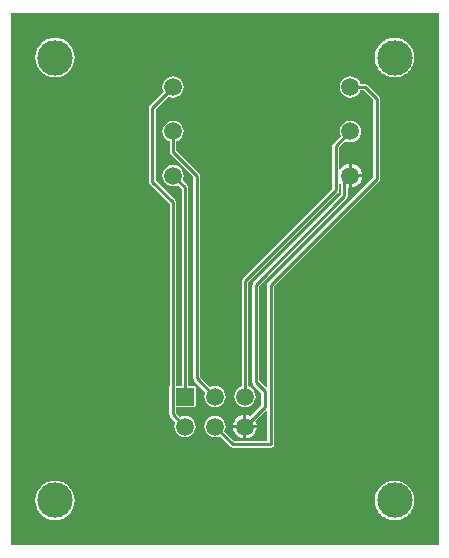
<source format=gtl>
G04 Layer_Physical_Order=1*
G04 Layer_Color=255*
%FSLAX44Y44*%
%MOMM*%
G71*
G01*
G75*
%ADD10C,0.2540*%
%ADD11C,3.0000*%
%ADD12C,1.5000*%
%ADD13R,1.5000X1.5000*%
G36*
X362500Y0D02*
X0D01*
Y450000D01*
X362500D01*
Y0D01*
D02*
G37*
%LPC*%
G36*
X208259Y98730D02*
X199570D01*
Y90041D01*
X200921Y90218D01*
X203363Y91230D01*
X205461Y92839D01*
X207070Y94937D01*
X208082Y97379D01*
X208259Y98730D01*
D02*
G37*
G36*
X197030Y109959D02*
X195679Y109782D01*
X193237Y108770D01*
X191139Y107161D01*
X189530Y105063D01*
X188518Y102621D01*
X188341Y101270D01*
X197030D01*
Y109959D01*
D02*
G37*
G36*
Y98730D02*
X188341D01*
X188518Y97379D01*
X189530Y94937D01*
X191139Y92839D01*
X193237Y91230D01*
X195679Y90218D01*
X197030Y90041D01*
Y98730D01*
D02*
G37*
G36*
X37500Y54222D02*
X37421Y54189D01*
X37338Y54214D01*
X34398Y53925D01*
X34249Y53845D01*
X34081Y53861D01*
X31253Y53004D01*
X31123Y52897D01*
X30954Y52880D01*
X28349Y51487D01*
X28241Y51357D01*
X28080Y51308D01*
X25796Y49433D01*
X25716Y49284D01*
X25567Y49204D01*
X23693Y46920D01*
X23643Y46759D01*
X23513Y46652D01*
X22120Y44046D01*
X22103Y43878D01*
X21996Y43747D01*
X21139Y40919D01*
X21155Y40751D01*
X21075Y40602D01*
X20786Y37662D01*
X20835Y37500D01*
X20786Y37338D01*
X21075Y34398D01*
X21155Y34249D01*
X21139Y34081D01*
X21996Y31253D01*
X22103Y31123D01*
X22120Y30954D01*
X23513Y28349D01*
X23643Y28241D01*
X23693Y28080D01*
X25567Y25796D01*
X25716Y25716D01*
X25796Y25567D01*
X28080Y23693D01*
X28241Y23643D01*
X28349Y23513D01*
X30954Y22120D01*
X31123Y22103D01*
X31253Y21996D01*
X34081Y21139D01*
X34249Y21155D01*
X34398Y21075D01*
X37338Y20786D01*
X37421Y20811D01*
X37500Y20778D01*
X37579Y20811D01*
X37662Y20786D01*
X40602Y21075D01*
X40751Y21155D01*
X40919Y21139D01*
X43747Y21996D01*
X43878Y22103D01*
X44046Y22120D01*
X46652Y23513D01*
X46759Y23643D01*
X46920Y23693D01*
X49204Y25567D01*
X49284Y25716D01*
X49433Y25796D01*
X51308Y28080D01*
X51357Y28241D01*
X51487Y28349D01*
X52880Y30954D01*
X52897Y31123D01*
X53004Y31253D01*
X53861Y34081D01*
X53845Y34249D01*
X53925Y34398D01*
X54214Y37338D01*
X54165Y37500D01*
X54214Y37662D01*
X53925Y40602D01*
X53845Y40751D01*
X53861Y40919D01*
X53004Y43747D01*
X52897Y43878D01*
X52880Y44046D01*
X51487Y46652D01*
X51357Y46759D01*
X51308Y46920D01*
X49433Y49204D01*
X49284Y49284D01*
X49204Y49433D01*
X46920Y51308D01*
X46759Y51357D01*
X46652Y51487D01*
X44046Y52880D01*
X43878Y52897D01*
X43747Y53004D01*
X40919Y53861D01*
X40751Y53845D01*
X40602Y53925D01*
X37662Y54214D01*
X37579Y54189D01*
X37500Y54222D01*
D02*
G37*
G36*
X325000D02*
X324921Y54189D01*
X324838Y54214D01*
X321898Y53925D01*
X321749Y53845D01*
X321581Y53861D01*
X318753Y53004D01*
X318623Y52897D01*
X318454Y52880D01*
X315849Y51487D01*
X315741Y51357D01*
X315580Y51308D01*
X313296Y49433D01*
X313216Y49284D01*
X313067Y49204D01*
X311192Y46920D01*
X311143Y46759D01*
X311013Y46652D01*
X309620Y44046D01*
X309603Y43878D01*
X309496Y43747D01*
X308638Y40919D01*
X308655Y40751D01*
X308575Y40602D01*
X308286Y37662D01*
X308335Y37500D01*
X308286Y37338D01*
X308575Y34398D01*
X308655Y34249D01*
X308638Y34081D01*
X309496Y31253D01*
X309603Y31123D01*
X309620Y30954D01*
X311013Y28349D01*
X311143Y28241D01*
X311192Y28080D01*
X313067Y25796D01*
X313216Y25716D01*
X313296Y25567D01*
X315580Y23693D01*
X315741Y23643D01*
X315849Y23513D01*
X318454Y22120D01*
X318623Y22103D01*
X318753Y21996D01*
X321581Y21139D01*
X321749Y21155D01*
X321898Y21075D01*
X324838Y20786D01*
X324921Y20811D01*
X325000Y20778D01*
X325079Y20811D01*
X325162Y20786D01*
X328102Y21075D01*
X328251Y21155D01*
X328419Y21139D01*
X331247Y21996D01*
X331377Y22103D01*
X331546Y22120D01*
X334151Y23513D01*
X334259Y23643D01*
X334420Y23693D01*
X336704Y25567D01*
X336784Y25716D01*
X336933Y25796D01*
X338807Y28080D01*
X338857Y28241D01*
X338987Y28349D01*
X340380Y30954D01*
X340397Y31123D01*
X340504Y31253D01*
X341362Y34081D01*
X341345Y34249D01*
X341425Y34398D01*
X341714Y37338D01*
X341665Y37500D01*
X341714Y37662D01*
X341425Y40602D01*
X341345Y40751D01*
X341362Y40919D01*
X340504Y43747D01*
X340397Y43878D01*
X340380Y44046D01*
X338987Y46652D01*
X338857Y46759D01*
X338807Y46920D01*
X336933Y49204D01*
X336784Y49284D01*
X336704Y49433D01*
X334420Y51308D01*
X334259Y51357D01*
X334151Y51487D01*
X331546Y52880D01*
X331377Y52897D01*
X331247Y53004D01*
X328419Y53861D01*
X328251Y53845D01*
X328102Y53925D01*
X325162Y54214D01*
X325079Y54189D01*
X325000Y54222D01*
D02*
G37*
G36*
X137500Y359102D02*
X135144Y358792D01*
X132949Y357882D01*
X131064Y356436D01*
X129618Y354551D01*
X128708Y352356D01*
X128398Y350000D01*
X128708Y347644D01*
X129618Y345449D01*
X131064Y343564D01*
X132949Y342118D01*
X134651Y341413D01*
Y332500D01*
X134651Y332500D01*
X134868Y331410D01*
X135486Y330486D01*
X154651Y311320D01*
Y140800D01*
X154651Y140800D01*
X154868Y139710D01*
X155486Y138786D01*
X164813Y129458D01*
X164108Y127756D01*
X163798Y125400D01*
X164108Y123044D01*
X165018Y120849D01*
X166464Y118964D01*
X168349Y117518D01*
X170544Y116608D01*
X172900Y116298D01*
X175256Y116608D01*
X177451Y117518D01*
X179336Y118964D01*
X180782Y120849D01*
X181692Y123044D01*
X182002Y125400D01*
X181692Y127756D01*
X180782Y129951D01*
X179336Y131836D01*
X177451Y133282D01*
X175256Y134192D01*
X172900Y134502D01*
X170544Y134192D01*
X168842Y133487D01*
X160349Y141980D01*
Y312500D01*
X160132Y313590D01*
X159514Y314514D01*
X159514Y314514D01*
X140349Y333680D01*
Y341413D01*
X142051Y342118D01*
X143936Y343564D01*
X145382Y345449D01*
X146292Y347644D01*
X146602Y350000D01*
X146292Y352356D01*
X145382Y354551D01*
X143936Y356436D01*
X142051Y357882D01*
X139856Y358792D01*
X137500Y359102D01*
D02*
G37*
G36*
Y396602D02*
X135144Y396292D01*
X132949Y395382D01*
X131064Y393936D01*
X129618Y392051D01*
X128708Y389856D01*
X128398Y387500D01*
X128708Y385144D01*
X129413Y383442D01*
X117986Y372014D01*
X117368Y371090D01*
X117151Y370000D01*
X117151Y370000D01*
Y307500D01*
X117151Y307500D01*
X117368Y306410D01*
X117986Y305486D01*
X134651Y288820D01*
Y135263D01*
X134574Y135147D01*
X134357Y134057D01*
X134357Y134057D01*
Y110294D01*
X134357Y110294D01*
X134574Y109204D01*
X135192Y108280D01*
X139413Y104058D01*
X138708Y102356D01*
X138398Y100000D01*
X138708Y97644D01*
X139618Y95449D01*
X141064Y93564D01*
X142949Y92118D01*
X145144Y91208D01*
X147500Y90898D01*
X149856Y91208D01*
X152051Y92118D01*
X153936Y93564D01*
X155382Y95449D01*
X156292Y97644D01*
X156602Y100000D01*
X156292Y102356D01*
X155382Y104551D01*
X153936Y106436D01*
X152051Y107882D01*
X149856Y108792D01*
X147500Y109102D01*
X145144Y108792D01*
X143442Y108087D01*
X140055Y111474D01*
Y116250D01*
X155000D01*
X156166Y116734D01*
X156650Y117900D01*
Y132900D01*
X156166Y134066D01*
X155000Y134550D01*
X150349D01*
Y302500D01*
X150132Y303590D01*
X149514Y304514D01*
X149514Y304514D01*
X145587Y308442D01*
X146292Y310144D01*
X146602Y312500D01*
X146292Y314856D01*
X145382Y317051D01*
X143936Y318936D01*
X142051Y320382D01*
X139856Y321292D01*
X137500Y321602D01*
X135144Y321292D01*
X132949Y320382D01*
X131064Y318936D01*
X129618Y317051D01*
X128708Y314856D01*
X128398Y312500D01*
X128708Y310144D01*
X129618Y307949D01*
X131064Y306064D01*
X132949Y304618D01*
X135144Y303708D01*
X137500Y303398D01*
X139856Y303708D01*
X141558Y304413D01*
X144651Y301320D01*
Y134550D01*
X140349D01*
Y290000D01*
X140349Y290000D01*
X140132Y291090D01*
X139514Y292014D01*
X139514Y292014D01*
X122849Y308680D01*
Y368820D01*
X133442Y379413D01*
X135144Y378708D01*
X137500Y378398D01*
X139856Y378708D01*
X142051Y379618D01*
X143936Y381064D01*
X145382Y382949D01*
X146292Y385144D01*
X146602Y387500D01*
X146292Y389856D01*
X145382Y392051D01*
X143936Y393936D01*
X142051Y395382D01*
X139856Y396292D01*
X137500Y396602D01*
D02*
G37*
G36*
X37500Y429222D02*
X37421Y429189D01*
X37338Y429214D01*
X34398Y428925D01*
X34249Y428845D01*
X34081Y428862D01*
X31253Y428004D01*
X31123Y427897D01*
X30954Y427880D01*
X28349Y426487D01*
X28241Y426357D01*
X28080Y426307D01*
X25796Y424433D01*
X25716Y424284D01*
X25567Y424204D01*
X23693Y421920D01*
X23643Y421759D01*
X23513Y421651D01*
X22120Y419046D01*
X22103Y418877D01*
X21996Y418747D01*
X21139Y415919D01*
X21155Y415751D01*
X21075Y415602D01*
X20786Y412662D01*
X20835Y412500D01*
X20786Y412338D01*
X21075Y409398D01*
X21155Y409249D01*
X21139Y409081D01*
X21996Y406253D01*
X22103Y406123D01*
X22120Y405954D01*
X23513Y403349D01*
X23643Y403241D01*
X23693Y403080D01*
X25567Y400796D01*
X25716Y400716D01*
X25796Y400567D01*
X28080Y398693D01*
X28241Y398643D01*
X28349Y398513D01*
X30954Y397120D01*
X31123Y397103D01*
X31253Y396996D01*
X34081Y396138D01*
X34249Y396155D01*
X34398Y396075D01*
X37338Y395786D01*
X37421Y395811D01*
X37500Y395778D01*
X37579Y395811D01*
X37662Y395786D01*
X40602Y396075D01*
X40751Y396155D01*
X40919Y396138D01*
X43747Y396996D01*
X43878Y397103D01*
X44046Y397120D01*
X46652Y398513D01*
X46759Y398643D01*
X46920Y398693D01*
X49204Y400567D01*
X49284Y400716D01*
X49433Y400796D01*
X51308Y403080D01*
X51357Y403241D01*
X51487Y403349D01*
X52880Y405954D01*
X52897Y406123D01*
X53004Y406253D01*
X53861Y409081D01*
X53845Y409249D01*
X53925Y409398D01*
X54214Y412338D01*
X54165Y412500D01*
X54214Y412662D01*
X53925Y415602D01*
X53845Y415751D01*
X53861Y415919D01*
X53004Y418747D01*
X52897Y418877D01*
X52880Y419046D01*
X51487Y421651D01*
X51357Y421759D01*
X51308Y421920D01*
X49433Y424204D01*
X49284Y424284D01*
X49204Y424433D01*
X46920Y426307D01*
X46759Y426357D01*
X46652Y426487D01*
X44046Y427880D01*
X43878Y427897D01*
X43747Y428004D01*
X40919Y428862D01*
X40751Y428845D01*
X40602Y428925D01*
X37662Y429214D01*
X37579Y429189D01*
X37500Y429222D01*
D02*
G37*
G36*
X325000D02*
X324921Y429189D01*
X324838Y429214D01*
X321898Y428925D01*
X321749Y428845D01*
X321581Y428862D01*
X318753Y428004D01*
X318623Y427897D01*
X318454Y427880D01*
X315849Y426487D01*
X315741Y426357D01*
X315580Y426307D01*
X313296Y424433D01*
X313216Y424284D01*
X313067Y424204D01*
X311192Y421920D01*
X311143Y421759D01*
X311013Y421651D01*
X309620Y419046D01*
X309603Y418877D01*
X309496Y418747D01*
X308638Y415919D01*
X308655Y415751D01*
X308575Y415602D01*
X308286Y412662D01*
X308335Y412500D01*
X308286Y412338D01*
X308575Y409398D01*
X308655Y409249D01*
X308638Y409081D01*
X309496Y406253D01*
X309603Y406123D01*
X309620Y405954D01*
X311013Y403349D01*
X311143Y403241D01*
X311192Y403080D01*
X313067Y400796D01*
X313216Y400716D01*
X313296Y400567D01*
X315580Y398693D01*
X315741Y398643D01*
X315849Y398513D01*
X318454Y397120D01*
X318623Y397103D01*
X318753Y396996D01*
X321581Y396138D01*
X321749Y396155D01*
X321898Y396075D01*
X324838Y395786D01*
X324921Y395811D01*
X325000Y395778D01*
X325079Y395811D01*
X325162Y395786D01*
X328102Y396075D01*
X328251Y396155D01*
X328419Y396138D01*
X331247Y396996D01*
X331377Y397103D01*
X331546Y397120D01*
X334151Y398513D01*
X334259Y398643D01*
X334420Y398693D01*
X336704Y400567D01*
X336784Y400716D01*
X336933Y400796D01*
X338807Y403080D01*
X338857Y403241D01*
X338987Y403349D01*
X340380Y405954D01*
X340397Y406123D01*
X340504Y406253D01*
X341362Y409081D01*
X341345Y409249D01*
X341425Y409398D01*
X341714Y412338D01*
X341665Y412500D01*
X341714Y412662D01*
X341425Y415602D01*
X341345Y415751D01*
X341362Y415919D01*
X340504Y418747D01*
X340397Y418877D01*
X340380Y419046D01*
X338987Y421651D01*
X338857Y421759D01*
X338807Y421920D01*
X336933Y424204D01*
X336784Y424284D01*
X336704Y424433D01*
X334420Y426307D01*
X334259Y426357D01*
X334151Y426487D01*
X331546Y427880D01*
X331377Y427897D01*
X331247Y428004D01*
X328419Y428862D01*
X328251Y428845D01*
X328102Y428925D01*
X325162Y429214D01*
X325079Y429189D01*
X325000Y429222D01*
D02*
G37*
G36*
X297459Y311230D02*
X288770D01*
Y302541D01*
X290121Y302718D01*
X292563Y303730D01*
X294661Y305339D01*
X296270Y307437D01*
X297282Y309879D01*
X297459Y311230D01*
D02*
G37*
G36*
X288770Y322459D02*
Y313770D01*
X297459D01*
X297282Y315121D01*
X296270Y317563D01*
X294661Y319661D01*
X292563Y321270D01*
X290121Y322282D01*
X288770Y322459D01*
D02*
G37*
G36*
X287500Y396602D02*
X285144Y396292D01*
X282949Y395382D01*
X281064Y393936D01*
X279618Y392051D01*
X278708Y389856D01*
X278398Y387500D01*
X278708Y385144D01*
X279618Y382949D01*
X281064Y381064D01*
X282949Y379618D01*
X285144Y378708D01*
X287500Y378398D01*
X289856Y378708D01*
X292051Y379618D01*
X293936Y381064D01*
X295382Y382949D01*
X296087Y384651D01*
X298820D01*
X307151Y376320D01*
Y311180D01*
X217986Y222014D01*
X217368Y221090D01*
X217151Y220000D01*
X217151Y220000D01*
Y133673D01*
X215881Y133147D01*
X210349Y138680D01*
Y218820D01*
X284514Y292986D01*
X284514Y292986D01*
X285132Y293910D01*
X285349Y295000D01*
X285349Y295000D01*
Y301693D01*
X286230Y302466D01*
Y312500D01*
Y322459D01*
X284879Y322282D01*
X282437Y321270D01*
X280339Y319661D01*
X279119Y318070D01*
X277849Y318501D01*
Y336320D01*
X283442Y341913D01*
X285144Y341208D01*
X287500Y340898D01*
X289856Y341208D01*
X292051Y342118D01*
X293936Y343564D01*
X295382Y345449D01*
X296292Y347644D01*
X296602Y350000D01*
X296292Y352356D01*
X295382Y354551D01*
X293936Y356436D01*
X292051Y357882D01*
X289856Y358792D01*
X287500Y359102D01*
X285144Y358792D01*
X282949Y357882D01*
X281064Y356436D01*
X279618Y354551D01*
X278708Y352356D01*
X278398Y350000D01*
X278708Y347644D01*
X279413Y345942D01*
X272986Y339514D01*
X272368Y338590D01*
X272151Y337500D01*
X272151Y337500D01*
Y301180D01*
X196286Y225314D01*
X195668Y224390D01*
X195451Y223300D01*
X195451Y223300D01*
Y133988D01*
X193749Y133282D01*
X191864Y131836D01*
X190418Y129951D01*
X189508Y127756D01*
X189198Y125400D01*
X189508Y123044D01*
X190418Y120849D01*
X191864Y118964D01*
X193749Y117518D01*
X195944Y116608D01*
X198300Y116298D01*
X200656Y116608D01*
X202851Y117518D01*
X204736Y118964D01*
X206182Y120849D01*
X207092Y123044D01*
X207402Y125400D01*
X207092Y127756D01*
X206182Y129951D01*
X204736Y131836D01*
X202851Y133282D01*
X201149Y133988D01*
Y222120D01*
X277014Y297986D01*
X277014Y297986D01*
X277632Y298910D01*
X277849Y300000D01*
Y305719D01*
X279119Y306298D01*
X279651Y305837D01*
Y296180D01*
X205486Y222014D01*
X204868Y221090D01*
X204651Y220000D01*
X204651Y220000D01*
Y137500D01*
X204651Y137500D01*
X204868Y136410D01*
X205486Y135486D01*
X212151Y128820D01*
Y117880D01*
X203136Y108864D01*
X200921Y109782D01*
X199570Y109959D01*
Y101270D01*
X208259D01*
X208082Y102621D01*
X207164Y104836D01*
X215881Y113553D01*
X217151Y113027D01*
Y87849D01*
X189080D01*
X180987Y95942D01*
X181692Y97644D01*
X182002Y100000D01*
X181692Y102356D01*
X180782Y104551D01*
X179336Y106436D01*
X177451Y107882D01*
X175256Y108792D01*
X172900Y109102D01*
X170544Y108792D01*
X168349Y107882D01*
X166464Y106436D01*
X165018Y104551D01*
X164108Y102356D01*
X163798Y100000D01*
X164108Y97644D01*
X165018Y95449D01*
X166464Y93564D01*
X168349Y92118D01*
X170544Y91208D01*
X172900Y90898D01*
X175256Y91208D01*
X176958Y91913D01*
X185886Y82986D01*
X185886Y82986D01*
X186810Y82368D01*
X187900Y82151D01*
X187900Y82151D01*
X220000D01*
X221090Y82368D01*
X222014Y82986D01*
X222632Y83910D01*
X222849Y85000D01*
Y218820D01*
X312014Y307986D01*
X312014Y307986D01*
X312632Y308910D01*
X312849Y310000D01*
X312849Y310000D01*
Y377500D01*
X312632Y378590D01*
X312014Y379514D01*
X312014Y379514D01*
X302014Y389514D01*
X301090Y390132D01*
X300000Y390349D01*
X300000Y390349D01*
X296087D01*
X295382Y392051D01*
X293936Y393936D01*
X292051Y395382D01*
X289856Y396292D01*
X287500Y396602D01*
D02*
G37*
%LPD*%
D10*
X147500Y125400D02*
Y302500D01*
X137500Y312500D02*
X147500Y302500D01*
X282500Y307500D02*
X287500Y312500D01*
X207500Y137500D02*
X215000Y130000D01*
Y116700D02*
Y130000D01*
X198300Y100000D02*
X215000Y116700D01*
X172900Y100000D02*
X187900Y85000D01*
X220000D01*
Y220000D01*
X310000Y310000D01*
Y377500D01*
X300000Y387500D02*
X310000Y377500D01*
X287500Y387500D02*
X300000D01*
X120000Y370000D02*
X137500Y387500D01*
X120000Y307500D02*
Y370000D01*
X207500Y137500D02*
Y220000D01*
X282500Y295000D01*
Y307500D01*
X198300Y125400D02*
Y223300D01*
X275000Y300000D01*
Y337500D01*
X287500Y350000D01*
X120000Y307500D02*
X137500Y290000D01*
X137206Y134057D02*
X137500Y134351D01*
Y290000D01*
X137206Y110294D02*
Y134057D01*
Y110294D02*
X147500Y100000D01*
X137500Y332500D02*
Y350000D01*
X157500Y140800D02*
X172900Y125400D01*
X157500Y140800D02*
Y312500D01*
X137500Y332500D02*
X157500Y312500D01*
D11*
X37500Y37500D02*
D03*
X325000D02*
D03*
Y412500D02*
D03*
X37500D02*
D03*
D12*
X198300Y100000D02*
D03*
Y125400D02*
D03*
X172900Y100000D02*
D03*
Y125400D02*
D03*
X147500Y100000D02*
D03*
X137500Y387500D02*
D03*
Y350000D02*
D03*
Y312500D02*
D03*
X287500D02*
D03*
Y350000D02*
D03*
Y387500D02*
D03*
D13*
X147500Y125400D02*
D03*
M02*

</source>
